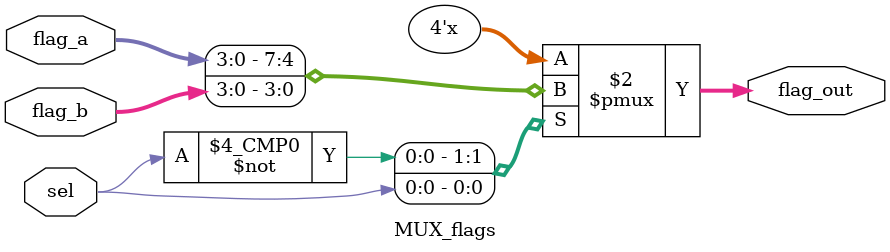
<source format=v>
`timescale 1ns / 1ps
module MUX_flags(
    input wire sel,
    input wire [3:0] flag_a,
    input wire [3:0] flag_b,
    output reg [3:0] flag_out
    );

always @*
begin
	case (sel)
			1'b0: flag_out = flag_a;
			1'b1: flag_out = flag_b;
		endcase
end

endmodule

</source>
